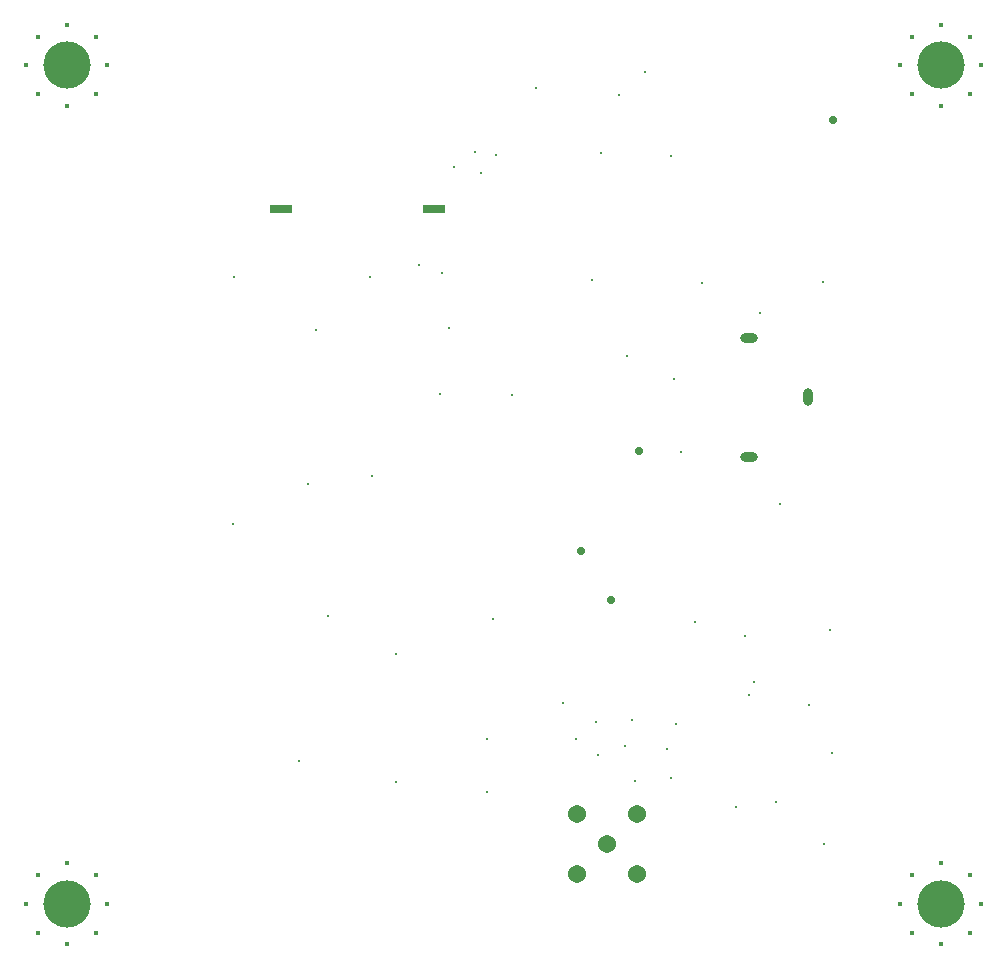
<source format=gbr>
%TF.GenerationSoftware,Altium Limited,Altium Designer,24.2.2 (26)*%
G04 Layer_Color=0*
%FSLAX45Y45*%
%MOMM*%
%TF.SameCoordinates,979FBE80-878B-4EC3-91C7-7055811A0E5A*%
%TF.FilePolarity,Positive*%
%TF.FileFunction,Plated,1,4,PTH,Drill*%
%TF.Part,Single*%
G01*
G75*
%TA.AperFunction,ComponentDrill*%
%ADD89R,1.90500X0.66040*%
%ADD90C,4.00000*%
%ADD91O,0.80000X1.50000*%
%ADD92O,1.50000X0.80000*%
%ADD93C,1.54000*%
%TA.AperFunction,ViaDrill,NotFilled*%
%ADD94C,0.30000*%
%ADD95C,0.40640*%
%ADD96C,0.71120*%
D89*
X14112241Y8483600D02*
D03*
X12816840D02*
D03*
D90*
X11000000Y9700000D02*
D03*
Y2600000D02*
D03*
X18400000D02*
D03*
Y9700000D02*
D03*
D91*
X17271620Y6888480D02*
D03*
D92*
X16771620Y7388480D02*
D03*
Y6388480D02*
D03*
D93*
X15321280Y3365500D02*
D03*
X15829280D02*
D03*
Y2857500D02*
D03*
X15321280D02*
D03*
X15575281Y3111500D02*
D03*
D94*
X12410440Y5816600D02*
D03*
X14630400Y8940800D02*
D03*
X14452600Y8966200D02*
D03*
X14503400Y8788400D02*
D03*
X14274800Y8839200D02*
D03*
X17475200Y3881120D02*
D03*
X16200121Y6428740D02*
D03*
X16111220Y3670300D02*
D03*
X15499080Y3863340D02*
D03*
X15476221Y4137660D02*
D03*
X15788640Y4155440D02*
D03*
X15806419Y3637280D02*
D03*
X16080740Y3911600D02*
D03*
X16159480Y4122420D02*
D03*
X15725140Y3937000D02*
D03*
X15313660Y3992880D02*
D03*
X15201900Y4300220D02*
D03*
X17459959Y4919980D02*
D03*
X16144240Y7040880D02*
D03*
X17401540Y7863840D02*
D03*
X16377921Y7856220D02*
D03*
X15740379Y7241540D02*
D03*
X15443201Y7886700D02*
D03*
X12418060Y7912100D02*
D03*
X14234160Y7475220D02*
D03*
X14175740Y7945120D02*
D03*
X13982700Y8008620D02*
D03*
X13563600Y7904480D02*
D03*
X13111481Y7459980D02*
D03*
X14160500Y6918960D02*
D03*
X14765021Y6911340D02*
D03*
X13040359Y6154420D02*
D03*
X13581380Y6225540D02*
D03*
X13210539Y5041900D02*
D03*
X13789661Y4719320D02*
D03*
X14605000Y5008880D02*
D03*
X12966701Y3807460D02*
D03*
X13789661Y3629660D02*
D03*
X14556740Y3992880D02*
D03*
Y3548380D02*
D03*
X16870680Y7604760D02*
D03*
X16316960Y4991100D02*
D03*
X17284700Y4287520D02*
D03*
X16118840Y8935720D02*
D03*
X17414240Y3108960D02*
D03*
X16779240Y4368800D02*
D03*
X16817340Y4480560D02*
D03*
X16741141Y4871720D02*
D03*
X17002760Y3464560D02*
D03*
X16667480Y3423920D02*
D03*
X17035780Y5989320D02*
D03*
X15671800Y9447800D02*
D03*
X15897861Y9641840D02*
D03*
X14975841Y9507220D02*
D03*
X15519400Y8956040D02*
D03*
D95*
X10757533Y9942467D02*
D03*
X10657100Y9700000D02*
D03*
X10757533Y9457533D02*
D03*
X11000000Y9357100D02*
D03*
X11242467Y9457533D02*
D03*
X11342900Y9700000D02*
D03*
X11242467Y9942467D02*
D03*
X11000000Y10042900D02*
D03*
X10757533Y2842467D02*
D03*
X10657100Y2600000D02*
D03*
X10757533Y2357533D02*
D03*
X11000000Y2257100D02*
D03*
X11242467Y2357533D02*
D03*
X11342900Y2600000D02*
D03*
X11242467Y2842467D02*
D03*
X11000000Y2942900D02*
D03*
X18157533Y2842467D02*
D03*
X18057100Y2600000D02*
D03*
X18157533Y2357533D02*
D03*
X18400000Y2257100D02*
D03*
X18642467Y2357533D02*
D03*
X18742900Y2600000D02*
D03*
X18642467Y2842467D02*
D03*
X18400000Y2942900D02*
D03*
X18157533Y9942467D02*
D03*
X18057100Y9700000D02*
D03*
X18157533Y9457533D02*
D03*
X18400000Y9357100D02*
D03*
X18642467Y9457533D02*
D03*
X18742900Y9700000D02*
D03*
X18642467Y9942467D02*
D03*
X18400000Y10042900D02*
D03*
D96*
X15847060Y6433820D02*
D03*
X15356841Y5585460D02*
D03*
X15610840Y5173980D02*
D03*
X17487900Y9240520D02*
D03*
%TF.MD5,41a437d85947a9a626cd9f65816f8601*%
M02*

</source>
